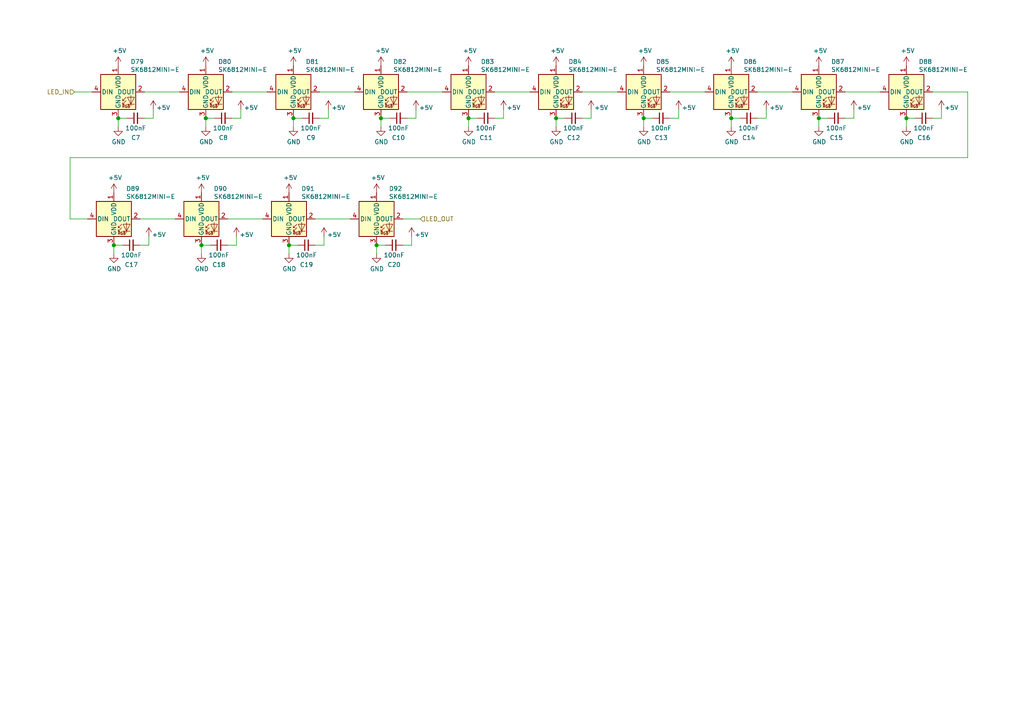
<source format=kicad_sch>
(kicad_sch (version 20210406) (generator eeschema)
  (paper "A4")
  (lib_symbols
    (symbol "Device:C_Small" (pin_numbers hide) (pin_names (offset 0.254) hide)
      (property "Reference" "C" (at 0.254 1.778 0))
      (property "Value" "C_Small" (at 0.254 -2.032 0))
      (symbol "C_Small_0_1"
        (polyline (pts (xy -1.524 -0.508) (xy 1.524 -0.508)) (stroke (width 0.3302)))
        (polyline (pts (xy -1.524 0.508) (xy 1.524 0.508)) (stroke (width 0.3048)))
      )
      (symbol "C_Small_1_1"
        (pin passive line (at 0 2.54 270) (length 2.032) (name "~") (number "1"))
        (pin passive line (at 0 -2.54 90) (length 2.032) (name "~") (number "2"))
      )
    )
    (symbol "chonc60:SK6812MINI-E" (pin_names (offset 0.254))
      (property "Reference" "D" (at 5.08 5.715 0))
      (property "Value" "SK6812MINI-E" (at 1.27 -5.715 0))
      (symbol "SK6812MINI-E_0_0"
        (text "RGB" (at 2.286 -4.191 0) (effects (font (size 0.762 0.762))))
      )
      (symbol "SK6812MINI-E_0_1"
        (rectangle (start 5.08 5.08) (end -5.08 -5.08) (stroke (width 0.254)) (fill (type background)))
        (polyline (pts (xy 1.27 -3.556) (xy 1.778 -3.556)))
        (polyline (pts (xy 1.27 -2.54) (xy 1.778 -2.54)))
        (polyline (pts (xy 4.699 -3.556) (xy 2.667 -3.556)))
        (polyline (pts (xy 2.286 -2.54) (xy 1.27 -3.556) (xy 1.27 -3.048)))
        (polyline (pts (xy 2.286 -1.524) (xy 1.27 -2.54) (xy 1.27 -2.032)))
        (polyline (pts (xy 3.683 -1.016) (xy 3.683 -3.556) (xy 3.683 -4.064)))
        (polyline (pts (xy 4.699 -1.524) (xy 2.667 -1.524) (xy 3.683 -3.556) (xy 4.699 -1.524)))
      )
      (symbol "SK6812MINI-E_1_1"
        (pin power_in line (at 0 7.62 270) (length 2.54) (name "VDD") (number "1"))
        (pin output line (at 7.62 0 180) (length 2.54) (name "DOUT") (number "2"))
        (pin power_in line (at 0 -7.62 90) (length 2.54) (name "GND") (number "3"))
        (pin input line (at -7.62 0 0) (length 2.54) (name "DIN") (number "4"))
      )
    )
    (symbol "power:+5V" (power) (pin_names (offset 0))
      (property "Value" "+5V" (at 0 3.556 0))
      (symbol "+5V_0_1"
        (polyline (pts (xy -0.762 1.27) (xy 0 2.54)))
        (polyline (pts (xy 0 0) (xy 0 2.54)))
        (polyline (pts (xy 0 2.54) (xy 0.762 1.27)))
      )
      (symbol "+5V_1_1"
        (pin power_in line (at 0 0 90) (length 0) hide (name "+5V") (number "1"))
      )
    )
    (symbol "power:GND" (power) (pin_names (offset 0))
      (property "Value" "GND" (at 0 -3.81 0))
      (symbol "GND_0_1"
        (polyline (pts (xy 0 0) (xy 0 -1.27) (xy 1.27 -1.27) (xy 0 -2.54) (xy -1.27 -1.27) (xy 0 -1.27)))
      )
      (symbol "GND_1_1"
        (pin power_in line (at 0 0 270) (length 0) hide (name "GND") (number "1"))
      )
    )
  )
  (junction (at 33.02 71.12) (diameter 1.016))
  (junction (at 34.29 34.29) (diameter 1.016))
  (junction (at 58.42 71.12) (diameter 1.016))
  (junction (at 59.69 34.29) (diameter 1.016))
  (junction (at 83.82 71.12) (diameter 1.016))
  (junction (at 85.09 34.29) (diameter 1.016))
  (junction (at 109.22 71.12) (diameter 1.016))
  (junction (at 110.49 34.29) (diameter 1.016))
  (junction (at 135.89 34.29) (diameter 1.016))
  (junction (at 161.29 34.29) (diameter 1.016))
  (junction (at 186.69 34.29) (diameter 1.016))
  (junction (at 212.09 34.29) (diameter 1.016))
  (junction (at 237.49 34.29) (diameter 1.016))
  (junction (at 262.89 34.29) (diameter 1.016))
  (wire (pts (xy 20.32 45.72) (xy 280.67 45.72)))
  (wire (pts (xy 20.32 63.5) (xy 20.32 45.72)))
  (wire (pts (xy 20.32 63.5) (xy 25.4 63.5)))
  (wire (pts (xy 21.59 26.67) (xy 26.67 26.67)))
  (wire (pts (xy 33.02 71.12) (xy 35.56 71.12)))
  (wire (pts (xy 33.02 73.66) (xy 33.02 71.12)))
  (wire (pts (xy 34.29 34.29) (xy 36.83 34.29)))
  (wire (pts (xy 34.29 36.83) (xy 34.29 34.29)))
  (wire (pts (xy 40.64 63.5) (xy 50.8 63.5)))
  (wire (pts (xy 40.64 71.12) (xy 43.18 71.12)))
  (wire (pts (xy 41.91 26.67) (xy 52.07 26.67)))
  (wire (pts (xy 41.91 34.29) (xy 44.45 34.29)))
  (wire (pts (xy 43.18 68.58) (xy 43.18 71.12)))
  (wire (pts (xy 44.45 31.75) (xy 44.45 34.29)))
  (wire (pts (xy 58.42 71.12) (xy 60.96 71.12)))
  (wire (pts (xy 58.42 73.66) (xy 58.42 71.12)))
  (wire (pts (xy 59.69 34.29) (xy 62.23 34.29)))
  (wire (pts (xy 59.69 36.83) (xy 59.69 34.29)))
  (wire (pts (xy 66.04 63.5) (xy 76.2 63.5)))
  (wire (pts (xy 66.04 71.12) (xy 68.58 71.12)))
  (wire (pts (xy 67.31 26.67) (xy 77.47 26.67)))
  (wire (pts (xy 67.31 34.29) (xy 69.85 34.29)))
  (wire (pts (xy 68.58 68.58) (xy 68.58 71.12)))
  (wire (pts (xy 69.85 31.75) (xy 69.85 34.29)))
  (wire (pts (xy 83.82 71.12) (xy 86.36 71.12)))
  (wire (pts (xy 83.82 73.66) (xy 83.82 71.12)))
  (wire (pts (xy 85.09 34.29) (xy 87.63 34.29)))
  (wire (pts (xy 85.09 36.83) (xy 85.09 34.29)))
  (wire (pts (xy 91.44 63.5) (xy 101.6 63.5)))
  (wire (pts (xy 91.44 71.12) (xy 93.98 71.12)))
  (wire (pts (xy 92.71 26.67) (xy 102.87 26.67)))
  (wire (pts (xy 92.71 34.29) (xy 95.25 34.29)))
  (wire (pts (xy 93.98 68.58) (xy 93.98 71.12)))
  (wire (pts (xy 95.25 31.75) (xy 95.25 34.29)))
  (wire (pts (xy 109.22 71.12) (xy 111.76 71.12)))
  (wire (pts (xy 109.22 73.66) (xy 109.22 71.12)))
  (wire (pts (xy 110.49 34.29) (xy 113.03 34.29)))
  (wire (pts (xy 110.49 36.83) (xy 110.49 34.29)))
  (wire (pts (xy 116.84 63.5) (xy 121.92 63.5)))
  (wire (pts (xy 116.84 71.12) (xy 119.38 71.12)))
  (wire (pts (xy 118.11 26.67) (xy 128.27 26.67)))
  (wire (pts (xy 118.11 34.29) (xy 120.65 34.29)))
  (wire (pts (xy 119.38 68.58) (xy 119.38 71.12)))
  (wire (pts (xy 120.65 31.75) (xy 120.65 34.29)))
  (wire (pts (xy 135.89 34.29) (xy 138.43 34.29)))
  (wire (pts (xy 135.89 36.83) (xy 135.89 34.29)))
  (wire (pts (xy 143.51 26.67) (xy 153.67 26.67)))
  (wire (pts (xy 143.51 34.29) (xy 146.05 34.29)))
  (wire (pts (xy 146.05 31.75) (xy 146.05 34.29)))
  (wire (pts (xy 161.29 34.29) (xy 163.83 34.29)))
  (wire (pts (xy 161.29 36.83) (xy 161.29 34.29)))
  (wire (pts (xy 168.91 26.67) (xy 179.07 26.67)))
  (wire (pts (xy 168.91 34.29) (xy 171.45 34.29)))
  (wire (pts (xy 171.45 31.75) (xy 171.45 34.29)))
  (wire (pts (xy 186.69 34.29) (xy 189.23 34.29)))
  (wire (pts (xy 186.69 36.83) (xy 186.69 34.29)))
  (wire (pts (xy 194.31 26.67) (xy 204.47 26.67)))
  (wire (pts (xy 194.31 34.29) (xy 196.85 34.29)))
  (wire (pts (xy 196.85 31.75) (xy 196.85 34.29)))
  (wire (pts (xy 212.09 34.29) (xy 214.63 34.29)))
  (wire (pts (xy 212.09 36.83) (xy 212.09 34.29)))
  (wire (pts (xy 219.71 26.67) (xy 229.87 26.67)))
  (wire (pts (xy 219.71 34.29) (xy 222.25 34.29)))
  (wire (pts (xy 222.25 31.75) (xy 222.25 34.29)))
  (wire (pts (xy 237.49 34.29) (xy 240.03 34.29)))
  (wire (pts (xy 237.49 36.83) (xy 237.49 34.29)))
  (wire (pts (xy 245.11 26.67) (xy 255.27 26.67)))
  (wire (pts (xy 245.11 34.29) (xy 247.65 34.29)))
  (wire (pts (xy 247.65 31.75) (xy 247.65 34.29)))
  (wire (pts (xy 262.89 34.29) (xy 265.43 34.29)))
  (wire (pts (xy 262.89 36.83) (xy 262.89 34.29)))
  (wire (pts (xy 270.51 26.67) (xy 280.67 26.67)))
  (wire (pts (xy 270.51 34.29) (xy 273.05 34.29)))
  (wire (pts (xy 273.05 31.75) (xy 273.05 34.29)))
  (wire (pts (xy 280.67 45.72) (xy 280.67 26.67)))
  (hierarchical_label "LED_IN" (shape input) (at 21.59 26.67 180))
  (hierarchical_label "LED_OUT" (shape input) (at 121.92 63.5 0))
  (symbol (lib_id "power:+5V") (at 33.02 55.88 0) (unit 1)
    (property "Reference" "#PWR049" (effects hide))
    (property "Value" "+5V" (at 33.3883 51.5556 0))
  )
  (symbol (lib_id "power:+5V") (at 34.29 19.05 0) (unit 1)
    (property "Reference" "#PWR019" (effects hide))
    (property "Value" "+5V" (at 34.6583 14.7256 0))
  )
  (symbol (lib_id "power:+5V") (at 43.18 68.58 0) (unit 1)
    (property "Reference" "#PWR054" (effects hide))
    (property "Value" "+5V" (at 46.0883 68.0656 0))
  )
  (symbol (lib_id "power:+5V") (at 44.45 31.75 0) (unit 1)
    (property "Reference" "#PWR029" (effects hide))
    (property "Value" "+5V" (at 47.3583 31.2356 0))
  )
  (symbol (lib_id "power:+5V") (at 58.42 55.88 0) (unit 1)
    (property "Reference" "#PWR050" (effects hide))
    (property "Value" "+5V" (at 58.7883 51.5556 0))
  )
  (symbol (lib_id "power:+5V") (at 59.69 19.05 0) (unit 1)
    (property "Reference" "#PWR020" (effects hide))
    (property "Value" "+5V" (at 60.0583 14.7256 0))
  )
  (symbol (lib_id "power:+5V") (at 68.58 68.58 0) (unit 1)
    (property "Reference" "#PWR055" (effects hide))
    (property "Value" "+5V" (at 71.4883 68.0656 0))
  )
  (symbol (lib_id "power:+5V") (at 69.85 31.75 0) (unit 1)
    (property "Reference" "#PWR030" (effects hide))
    (property "Value" "+5V" (at 72.7583 31.2356 0))
  )
  (symbol (lib_id "power:+5V") (at 83.82 55.88 0) (unit 1)
    (property "Reference" "#PWR051" (effects hide))
    (property "Value" "+5V" (at 84.1883 51.5556 0))
  )
  (symbol (lib_id "power:+5V") (at 85.09 19.05 0) (unit 1)
    (property "Reference" "#PWR021" (effects hide))
    (property "Value" "+5V" (at 85.4583 14.7256 0))
  )
  (symbol (lib_id "power:+5V") (at 93.98 68.58 0) (unit 1)
    (property "Reference" "#PWR056" (effects hide))
    (property "Value" "+5V" (at 96.8883 68.0656 0))
  )
  (symbol (lib_id "power:+5V") (at 95.25 31.75 0) (unit 1)
    (property "Reference" "#PWR031" (effects hide))
    (property "Value" "+5V" (at 98.1583 31.2356 0))
  )
  (symbol (lib_id "power:+5V") (at 109.22 55.88 0) (unit 1)
    (property "Reference" "#PWR052" (effects hide))
    (property "Value" "+5V" (at 109.5883 51.5556 0))
  )
  (symbol (lib_id "power:+5V") (at 110.49 19.05 0) (unit 1)
    (property "Reference" "#PWR022" (effects hide))
    (property "Value" "+5V" (at 110.8583 14.7256 0))
  )
  (symbol (lib_id "power:+5V") (at 119.38 68.58 0) (unit 1)
    (property "Reference" "#PWR057" (effects hide))
    (property "Value" "+5V" (at 122.2883 68.0656 0))
  )
  (symbol (lib_id "power:+5V") (at 120.65 31.75 0) (unit 1)
    (property "Reference" "#PWR032" (effects hide))
    (property "Value" "+5V" (at 123.5583 31.2356 0))
  )
  (symbol (lib_id "power:+5V") (at 135.89 19.05 0) (unit 1)
    (property "Reference" "#PWR023" (effects hide))
    (property "Value" "+5V" (at 136.2583 14.7256 0))
  )
  (symbol (lib_id "power:+5V") (at 146.05 31.75 0) (unit 1)
    (property "Reference" "#PWR033" (effects hide))
    (property "Value" "+5V" (at 148.9583 31.2356 0))
  )
  (symbol (lib_id "power:+5V") (at 161.29 19.05 0) (unit 1)
    (property "Reference" "#PWR024" (effects hide))
    (property "Value" "+5V" (at 161.6583 14.7256 0))
  )
  (symbol (lib_id "power:+5V") (at 171.45 31.75 0) (unit 1)
    (property "Reference" "#PWR034" (effects hide))
    (property "Value" "+5V" (at 174.3583 31.2356 0))
  )
  (symbol (lib_id "power:+5V") (at 186.69 19.05 0) (unit 1)
    (property "Reference" "#PWR025" (effects hide))
    (property "Value" "+5V" (at 187.0583 14.7256 0))
  )
  (symbol (lib_id "power:+5V") (at 196.85 31.75 0) (unit 1)
    (property "Reference" "#PWR035" (effects hide))
    (property "Value" "+5V" (at 199.7583 31.2356 0))
  )
  (symbol (lib_id "power:+5V") (at 212.09 19.05 0) (unit 1)
    (property "Reference" "#PWR026" (effects hide))
    (property "Value" "+5V" (at 212.4583 14.7256 0))
  )
  (symbol (lib_id "power:+5V") (at 222.25 31.75 0) (unit 1)
    (property "Reference" "#PWR036" (effects hide))
    (property "Value" "+5V" (at 225.1583 31.2356 0))
  )
  (symbol (lib_id "power:+5V") (at 237.49 19.05 0) (unit 1)
    (property "Reference" "#PWR027" (effects hide))
    (property "Value" "+5V" (at 237.8583 14.7256 0))
  )
  (symbol (lib_id "power:+5V") (at 247.65 31.75 0) (unit 1)
    (property "Reference" "#PWR037" (effects hide))
    (property "Value" "+5V" (at 250.5583 31.2356 0))
  )
  (symbol (lib_id "power:+5V") (at 262.89 19.05 0) (unit 1)
    (property "Reference" "#PWR028" (effects hide))
    (property "Value" "+5V" (at 263.2583 14.7256 0))
  )
  (symbol (lib_id "power:+5V") (at 273.05 31.75 0) (unit 1)
    (property "Reference" "#PWR038" (effects hide))
    (property "Value" "+5V" (at 275.9583 31.2356 0))
  )
  (symbol (lib_id "power:GND") (at 33.02 73.66 0) (unit 1)
    (property "Reference" "#PWR059" (effects hide))
    (property "Value" "GND" (at 33.1343 77.9844 0))
  )
  (symbol (lib_id "power:GND") (at 34.29 36.83 0) (unit 1)
    (property "Reference" "#PWR039" (effects hide))
    (property "Value" "GND" (at 34.4043 41.1544 0))
  )
  (symbol (lib_id "power:GND") (at 58.42 73.66 0) (unit 1)
    (property "Reference" "#PWR060" (effects hide))
    (property "Value" "GND" (at 58.5343 77.9844 0))
  )
  (symbol (lib_id "power:GND") (at 59.69 36.83 0) (unit 1)
    (property "Reference" "#PWR040" (effects hide))
    (property "Value" "GND" (at 59.8043 41.1544 0))
  )
  (symbol (lib_id "power:GND") (at 83.82 73.66 0) (unit 1)
    (property "Reference" "#PWR061" (effects hide))
    (property "Value" "GND" (at 83.9343 77.9844 0))
  )
  (symbol (lib_id "power:GND") (at 85.09 36.83 0) (unit 1)
    (property "Reference" "#PWR041" (effects hide))
    (property "Value" "GND" (at 85.2043 41.1544 0))
  )
  (symbol (lib_id "power:GND") (at 109.22 73.66 0) (unit 1)
    (property "Reference" "#PWR062" (effects hide))
    (property "Value" "GND" (at 109.3343 77.9844 0))
  )
  (symbol (lib_id "power:GND") (at 110.49 36.83 0) (unit 1)
    (property "Reference" "#PWR042" (effects hide))
    (property "Value" "GND" (at 110.6043 41.1544 0))
  )
  (symbol (lib_id "power:GND") (at 135.89 36.83 0) (unit 1)
    (property "Reference" "#PWR043" (effects hide))
    (property "Value" "GND" (at 136.0043 41.1544 0))
  )
  (symbol (lib_id "power:GND") (at 161.29 36.83 0) (unit 1)
    (property "Reference" "#PWR044" (effects hide))
    (property "Value" "GND" (at 161.4043 41.1544 0))
  )
  (symbol (lib_id "power:GND") (at 186.69 36.83 0) (unit 1)
    (property "Reference" "#PWR045" (effects hide))
    (property "Value" "GND" (at 186.8043 41.1544 0))
  )
  (symbol (lib_id "power:GND") (at 212.09 36.83 0) (unit 1)
    (property "Reference" "#PWR046" (effects hide))
    (property "Value" "GND" (at 212.2043 41.1544 0))
  )
  (symbol (lib_id "power:GND") (at 237.49 36.83 0) (unit 1)
    (property "Reference" "#PWR047" (effects hide))
    (property "Value" "GND" (at 237.6043 41.1544 0))
  )
  (symbol (lib_id "power:GND") (at 262.89 36.83 0) (unit 1)
    (property "Reference" "#PWR048" (effects hide))
    (property "Value" "GND" (at 263.0043 41.1544 0))
  )
  (symbol (lib_id "Device:C_Small") (at 38.1 71.12 90) (unit 1)
    (property "Reference" "C17" (at 38.1 76.7777 90))
    (property "Value" "100nF" (at 38.1 73.996 90))
    (property "Footprint" "Capacitor_SMD:C_0603_1608Metric" (effects hide))
  )
  (symbol (lib_id "Device:C_Small") (at 39.37 34.29 90) (unit 1)
    (property "Reference" "C7" (at 39.37 39.9477 90))
    (property "Value" "100nF" (at 39.37 37.166 90))
    (property "Footprint" "Capacitor_SMD:C_0603_1608Metric" (effects hide))
  )
  (symbol (lib_id "Device:C_Small") (at 63.5 71.12 90) (unit 1)
    (property "Reference" "C18" (at 63.5 76.7777 90))
    (property "Value" "100nF" (at 63.5 73.996 90))
    (property "Footprint" "Capacitor_SMD:C_0603_1608Metric" (effects hide))
  )
  (symbol (lib_id "Device:C_Small") (at 64.77 34.29 90) (unit 1)
    (property "Reference" "C8" (at 64.77 39.9477 90))
    (property "Value" "100nF" (at 64.77 37.166 90))
    (property "Footprint" "Capacitor_SMD:C_0603_1608Metric" (effects hide))
  )
  (symbol (lib_id "Device:C_Small") (at 88.9 71.12 90) (unit 1)
    (property "Reference" "C19" (at 88.9 76.7777 90))
    (property "Value" "100nF" (at 88.9 73.996 90))
    (property "Footprint" "Capacitor_SMD:C_0603_1608Metric" (effects hide))
  )
  (symbol (lib_id "Device:C_Small") (at 90.17 34.29 90) (unit 1)
    (property "Reference" "C9" (at 90.17 39.9477 90))
    (property "Value" "100nF" (at 90.17 37.166 90))
    (property "Footprint" "Capacitor_SMD:C_0603_1608Metric" (effects hide))
  )
  (symbol (lib_id "Device:C_Small") (at 114.3 71.12 90) (unit 1)
    (property "Reference" "C20" (at 114.3 76.7777 90))
    (property "Value" "100nF" (at 114.3 73.996 90))
    (property "Footprint" "Capacitor_SMD:C_0603_1608Metric" (effects hide))
  )
  (symbol (lib_id "Device:C_Small") (at 115.57 34.29 90) (unit 1)
    (property "Reference" "C10" (at 115.57 39.9477 90))
    (property "Value" "100nF" (at 115.57 37.166 90))
    (property "Footprint" "Capacitor_SMD:C_0603_1608Metric" (effects hide))
  )
  (symbol (lib_id "Device:C_Small") (at 140.97 34.29 90) (unit 1)
    (property "Reference" "C11" (at 140.97 39.9477 90))
    (property "Value" "100nF" (at 140.97 37.166 90))
    (property "Footprint" "Capacitor_SMD:C_0603_1608Metric" (effects hide))
  )
  (symbol (lib_id "Device:C_Small") (at 166.37 34.29 90) (unit 1)
    (property "Reference" "C12" (at 166.37 39.9477 90))
    (property "Value" "100nF" (at 166.37 37.166 90))
    (property "Footprint" "Capacitor_SMD:C_0603_1608Metric" (effects hide))
  )
  (symbol (lib_id "Device:C_Small") (at 191.77 34.29 90) (unit 1)
    (property "Reference" "C13" (at 191.77 39.9477 90))
    (property "Value" "100nF" (at 191.77 37.166 90))
    (property "Footprint" "Capacitor_SMD:C_0603_1608Metric" (effects hide))
  )
  (symbol (lib_id "Device:C_Small") (at 217.17 34.29 90) (unit 1)
    (property "Reference" "C14" (at 217.17 39.9477 90))
    (property "Value" "100nF" (at 217.17 37.166 90))
    (property "Footprint" "Capacitor_SMD:C_0603_1608Metric" (effects hide))
  )
  (symbol (lib_id "Device:C_Small") (at 242.57 34.29 90) (unit 1)
    (property "Reference" "C15" (at 242.57 39.9477 90))
    (property "Value" "100nF" (at 242.57 37.166 90))
    (property "Footprint" "Capacitor_SMD:C_0603_1608Metric" (effects hide))
  )
  (symbol (lib_id "Device:C_Small") (at 267.97 34.29 90) (unit 1)
    (property "Reference" "C16" (at 267.97 39.9477 90))
    (property "Value" "100nF" (at 267.97 37.166 90))
    (property "Footprint" "Capacitor_SMD:C_0603_1608Metric" (effects hide))
  )
  (symbol (lib_id "chonc60:SK6812MINI-E") (at 33.02 63.5 0) (unit 1)
    (property "Reference" "D89" (at 36.5761 54.7306 0) (effects (justify left)))
    (property "Value" "SK6812MINI-E" (at 36.5761 57.0293 0) (effects (justify left)))
    (property "Footprint" "chonc60:LED_SK6812_MINI_E_REVERSE" (effects hide))
    (property "Datasheet" "https://ecksteinimg.de/Datasheet/LED/LED0011/SK6812MINI-E_REV02_EN.pdf" (effects hide))
    (property "License" "This symbol is based off of the SK6812 official KiCad symbol and is thus under its modified CC-BY-SA 4.0 license instead of MIT" (effects hide))
  )
  (symbol (lib_id "chonc60:SK6812MINI-E") (at 34.29 26.67 0) (unit 1)
    (property "Reference" "D79" (at 37.8461 17.9006 0) (effects (justify left)))
    (property "Value" "SK6812MINI-E" (at 37.8461 20.1993 0) (effects (justify left)))
    (property "Footprint" "chonc60:LED_SK6812_MINI_E_REVERSE" (effects hide))
    (property "Datasheet" "https://ecksteinimg.de/Datasheet/LED/LED0011/SK6812MINI-E_REV02_EN.pdf" (effects hide))
    (property "License" "This symbol is based off of the SK6812 official KiCad symbol and is thus under its modified CC-BY-SA 4.0 license instead of MIT" (effects hide))
  )
  (symbol (lib_id "chonc60:SK6812MINI-E") (at 58.42 63.5 0) (unit 1)
    (property "Reference" "D90" (at 61.9761 54.7306 0) (effects (justify left)))
    (property "Value" "SK6812MINI-E" (at 61.9761 57.0293 0) (effects (justify left)))
    (property "Footprint" "chonc60:LED_SK6812_MINI_E_REVERSE" (effects hide))
    (property "Datasheet" "https://ecksteinimg.de/Datasheet/LED/LED0011/SK6812MINI-E_REV02_EN.pdf" (effects hide))
    (property "License" "This symbol is based off of the SK6812 official KiCad symbol and is thus under its modified CC-BY-SA 4.0 license instead of MIT" (effects hide))
  )
  (symbol (lib_id "chonc60:SK6812MINI-E") (at 59.69 26.67 0) (unit 1)
    (property "Reference" "D80" (at 63.2461 17.9006 0) (effects (justify left)))
    (property "Value" "SK6812MINI-E" (at 63.2461 20.1993 0) (effects (justify left)))
    (property "Footprint" "chonc60:LED_SK6812_MINI_E_REVERSE" (effects hide))
    (property "Datasheet" "https://ecksteinimg.de/Datasheet/LED/LED0011/SK6812MINI-E_REV02_EN.pdf" (effects hide))
    (property "License" "This symbol is based off of the SK6812 official KiCad symbol and is thus under its modified CC-BY-SA 4.0 license instead of MIT" (effects hide))
  )
  (symbol (lib_id "chonc60:SK6812MINI-E") (at 83.82 63.5 0) (unit 1)
    (property "Reference" "D91" (at 87.3761 54.7306 0) (effects (justify left)))
    (property "Value" "SK6812MINI-E" (at 87.3761 57.0293 0) (effects (justify left)))
    (property "Footprint" "chonc60:LED_SK6812_MINI_E_REVERSE" (effects hide))
    (property "Datasheet" "https://ecksteinimg.de/Datasheet/LED/LED0011/SK6812MINI-E_REV02_EN.pdf" (effects hide))
    (property "License" "This symbol is based off of the SK6812 official KiCad symbol and is thus under its modified CC-BY-SA 4.0 license instead of MIT" (effects hide))
  )
  (symbol (lib_id "chonc60:SK6812MINI-E") (at 85.09 26.67 0) (unit 1)
    (property "Reference" "D81" (at 88.6461 17.9006 0) (effects (justify left)))
    (property "Value" "SK6812MINI-E" (at 88.6461 20.1993 0) (effects (justify left)))
    (property "Footprint" "chonc60:LED_SK6812_MINI_E_REVERSE" (effects hide))
    (property "Datasheet" "https://ecksteinimg.de/Datasheet/LED/LED0011/SK6812MINI-E_REV02_EN.pdf" (effects hide))
    (property "License" "This symbol is based off of the SK6812 official KiCad symbol and is thus under its modified CC-BY-SA 4.0 license instead of MIT" (effects hide))
  )
  (symbol (lib_id "chonc60:SK6812MINI-E") (at 109.22 63.5 0) (unit 1)
    (property "Reference" "D92" (at 112.7761 54.7306 0) (effects (justify left)))
    (property "Value" "SK6812MINI-E" (at 112.7761 57.0293 0) (effects (justify left)))
    (property "Footprint" "chonc60:LED_SK6812_MINI_E_REVERSE" (effects hide))
    (property "Datasheet" "https://ecksteinimg.de/Datasheet/LED/LED0011/SK6812MINI-E_REV02_EN.pdf" (effects hide))
    (property "License" "This symbol is based off of the SK6812 official KiCad symbol and is thus under its modified CC-BY-SA 4.0 license instead of MIT" (effects hide))
  )
  (symbol (lib_id "chonc60:SK6812MINI-E") (at 110.49 26.67 0) (unit 1)
    (property "Reference" "D82" (at 114.0461 17.9006 0) (effects (justify left)))
    (property "Value" "SK6812MINI-E" (at 114.0461 20.1993 0) (effects (justify left)))
    (property "Footprint" "chonc60:LED_SK6812_MINI_E_REVERSE" (effects hide))
    (property "Datasheet" "https://ecksteinimg.de/Datasheet/LED/LED0011/SK6812MINI-E_REV02_EN.pdf" (effects hide))
    (property "License" "This symbol is based off of the SK6812 official KiCad symbol and is thus under its modified CC-BY-SA 4.0 license instead of MIT" (effects hide))
  )
  (symbol (lib_id "chonc60:SK6812MINI-E") (at 135.89 26.67 0) (unit 1)
    (property "Reference" "D83" (at 139.4461 17.9006 0) (effects (justify left)))
    (property "Value" "SK6812MINI-E" (at 139.4461 20.1993 0) (effects (justify left)))
    (property "Footprint" "chonc60:LED_SK6812_MINI_E_REVERSE" (effects hide))
    (property "Datasheet" "https://ecksteinimg.de/Datasheet/LED/LED0011/SK6812MINI-E_REV02_EN.pdf" (effects hide))
    (property "License" "This symbol is based off of the SK6812 official KiCad symbol and is thus under its modified CC-BY-SA 4.0 license instead of MIT" (effects hide))
  )
  (symbol (lib_id "chonc60:SK6812MINI-E") (at 161.29 26.67 0) (unit 1)
    (property "Reference" "D84" (at 164.8461 17.9006 0) (effects (justify left)))
    (property "Value" "SK6812MINI-E" (at 164.8461 20.1993 0) (effects (justify left)))
    (property "Footprint" "chonc60:LED_SK6812_MINI_E_REVERSE" (effects hide))
    (property "Datasheet" "https://ecksteinimg.de/Datasheet/LED/LED0011/SK6812MINI-E_REV02_EN.pdf" (effects hide))
    (property "License" "This symbol is based off of the SK6812 official KiCad symbol and is thus under its modified CC-BY-SA 4.0 license instead of MIT" (effects hide))
  )
  (symbol (lib_id "chonc60:SK6812MINI-E") (at 186.69 26.67 0) (unit 1)
    (property "Reference" "D85" (at 190.2461 17.9006 0) (effects (justify left)))
    (property "Value" "SK6812MINI-E" (at 190.2461 20.1993 0) (effects (justify left)))
    (property "Footprint" "chonc60:LED_SK6812_MINI_E_REVERSE" (effects hide))
    (property "Datasheet" "https://ecksteinimg.de/Datasheet/LED/LED0011/SK6812MINI-E_REV02_EN.pdf" (effects hide))
    (property "License" "This symbol is based off of the SK6812 official KiCad symbol and is thus under its modified CC-BY-SA 4.0 license instead of MIT" (effects hide))
  )
  (symbol (lib_id "chonc60:SK6812MINI-E") (at 212.09 26.67 0) (unit 1)
    (property "Reference" "D86" (at 215.6461 17.9006 0) (effects (justify left)))
    (property "Value" "SK6812MINI-E" (at 215.6461 20.1993 0) (effects (justify left)))
    (property "Footprint" "chonc60:LED_SK6812_MINI_E_REVERSE" (effects hide))
    (property "Datasheet" "https://ecksteinimg.de/Datasheet/LED/LED0011/SK6812MINI-E_REV02_EN.pdf" (effects hide))
    (property "License" "This symbol is based off of the SK6812 official KiCad symbol and is thus under its modified CC-BY-SA 4.0 license instead of MIT" (effects hide))
  )
  (symbol (lib_id "chonc60:SK6812MINI-E") (at 237.49 26.67 0) (unit 1)
    (property "Reference" "D87" (at 241.0461 17.9006 0) (effects (justify left)))
    (property "Value" "SK6812MINI-E" (at 241.0461 20.1993 0) (effects (justify left)))
    (property "Footprint" "chonc60:LED_SK6812_MINI_E_REVERSE" (effects hide))
    (property "Datasheet" "https://ecksteinimg.de/Datasheet/LED/LED0011/SK6812MINI-E_REV02_EN.pdf" (effects hide))
    (property "License" "This symbol is based off of the SK6812 official KiCad symbol and is thus under its modified CC-BY-SA 4.0 license instead of MIT" (effects hide))
  )
  (symbol (lib_id "chonc60:SK6812MINI-E") (at 262.89 26.67 0) (unit 1)
    (property "Reference" "D88" (at 266.4461 17.9006 0) (effects (justify left)))
    (property "Value" "SK6812MINI-E" (at 266.4461 20.1993 0) (effects (justify left)))
    (property "Footprint" "chonc60:LED_SK6812_MINI_E_REVERSE" (effects hide))
    (property "Datasheet" "https://ecksteinimg.de/Datasheet/LED/LED0011/SK6812MINI-E_REV02_EN.pdf" (effects hide))
    (property "License" "This symbol is based off of the SK6812 official KiCad symbol and is thus under its modified CC-BY-SA 4.0 license instead of MIT" (effects hide))
  )
)
</source>
